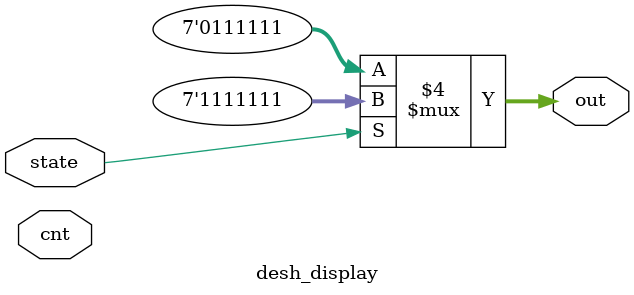
<source format=v>
module desh_display(state,cnt,out);
input [3:0]cnt;
input state;
output reg[6:0]out;

always @(cnt)
begin
	if(state == 0)
	begin
		out=7'b0111111;
	end
	else
	begin
		out=7'b1111111;
	end
end

endmodule


</source>
